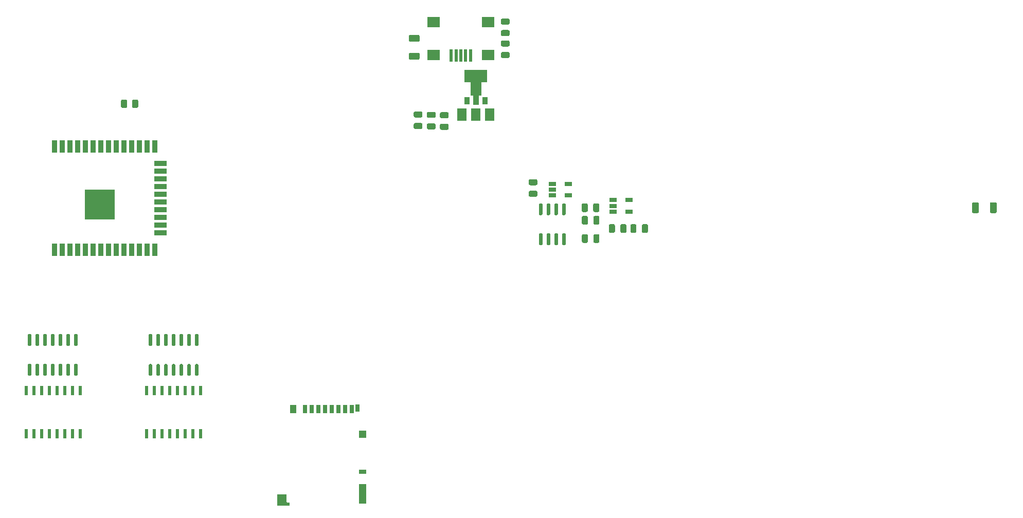
<source format=gbr>
%TF.GenerationSoftware,KiCad,Pcbnew,(5.1.8-0-10_14)*%
%TF.CreationDate,2021-09-27T01:11:36-07:00*%
%TF.ProjectId,baku,62616b75-2e6b-4696-9361-645f70636258,rev?*%
%TF.SameCoordinates,Original*%
%TF.FileFunction,Paste,Top*%
%TF.FilePolarity,Positive*%
%FSLAX46Y46*%
G04 Gerber Fmt 4.6, Leading zero omitted, Abs format (unit mm)*
G04 Created by KiCad (PCBNEW (5.1.8-0-10_14)) date 2021-09-27 01:11:36*
%MOMM*%
%LPD*%
G01*
G04 APERTURE LIST*
%ADD10C,0.100000*%
%ADD11R,1.200000X0.800000*%
%ADD12R,0.500000X0.500000*%
%ADD13R,0.700000X1.400000*%
%ADD14R,0.700000X1.200000*%
%ADD15R,1.200000X3.200000*%
%ADD16R,1.200000X1.200000*%
%ADD17R,1.000000X1.400000*%
%ADD18R,1.500000X1.900000*%
%ADD19R,0.600000X1.500000*%
%ADD20R,1.500000X2.000000*%
%ADD21R,3.800000X2.000000*%
%ADD22R,0.900000X1.300000*%
%ADD23R,2.000000X1.700000*%
%ADD24R,0.500000X2.000000*%
%ADD25R,0.900000X2.000000*%
%ADD26R,2.000000X0.900000*%
%ADD27R,5.000000X5.000000*%
%ADD28R,1.220000X0.650000*%
G04 APERTURE END LIST*
%TO.C,R1*%
G36*
G01*
X87150000Y-79200001D02*
X87150000Y-78299999D01*
G75*
G02*
X87399999Y-78050000I249999J0D01*
G01*
X87925001Y-78050000D01*
G75*
G02*
X88175000Y-78299999I0J-249999D01*
G01*
X88175000Y-79200001D01*
G75*
G02*
X87925001Y-79450000I-249999J0D01*
G01*
X87399999Y-79450000D01*
G75*
G02*
X87150000Y-79200001I0J249999D01*
G01*
G37*
G36*
G01*
X85325000Y-79200001D02*
X85325000Y-78299999D01*
G75*
G02*
X85574999Y-78050000I249999J0D01*
G01*
X86100001Y-78050000D01*
G75*
G02*
X86350000Y-78299999I0J-249999D01*
G01*
X86350000Y-79200001D01*
G75*
G02*
X86100001Y-79450000I-249999J0D01*
G01*
X85574999Y-79450000D01*
G75*
G02*
X85325000Y-79200001I0J249999D01*
G01*
G37*
%TD*%
%TO.C,C28*%
G36*
G01*
X132949999Y-70350000D02*
X134250001Y-70350000D01*
G75*
G02*
X134500000Y-70599999I0J-249999D01*
G01*
X134500000Y-71250001D01*
G75*
G02*
X134250001Y-71500000I-249999J0D01*
G01*
X132949999Y-71500000D01*
G75*
G02*
X132700000Y-71250001I0J249999D01*
G01*
X132700000Y-70599999D01*
G75*
G02*
X132949999Y-70350000I249999J0D01*
G01*
G37*
G36*
G01*
X132949999Y-67400000D02*
X134250001Y-67400000D01*
G75*
G02*
X134500000Y-67649999I0J-249999D01*
G01*
X134500000Y-68300001D01*
G75*
G02*
X134250001Y-68550000I-249999J0D01*
G01*
X132949999Y-68550000D01*
G75*
G02*
X132700000Y-68300001I0J249999D01*
G01*
X132700000Y-67649999D01*
G75*
G02*
X132949999Y-67400000I249999J0D01*
G01*
G37*
%TD*%
D10*
%TO.C,J8*%
G36*
X112539000Y-144618421D02*
G01*
X112397579Y-144477000D01*
X112539000Y-144335579D01*
X112680421Y-144477000D01*
X112539000Y-144618421D01*
G37*
D11*
X125089000Y-139427000D03*
D12*
X112789000Y-144727000D03*
D13*
X123289000Y-129027000D03*
X122189000Y-129027000D03*
X121089000Y-129027000D03*
X119989000Y-129027000D03*
X118889000Y-129027000D03*
X117789000Y-129027000D03*
X116689000Y-129027000D03*
D14*
X124239000Y-128927000D03*
D15*
X125089000Y-143027000D03*
D16*
X125089000Y-133227000D03*
D17*
X113689000Y-129027000D03*
D18*
X111789000Y-144027000D03*
D13*
X115589000Y-129027000D03*
%TD*%
D19*
%TO.C,U24*%
X78613000Y-133090000D03*
X77343000Y-133090000D03*
X76073000Y-133090000D03*
X74803000Y-133090000D03*
X73533000Y-133090000D03*
X72263000Y-133090000D03*
X70993000Y-133090000D03*
X69723000Y-133090000D03*
X69723000Y-125990000D03*
X70993000Y-125990000D03*
X72263000Y-125990000D03*
X73533000Y-125990000D03*
X74803000Y-125990000D03*
X76073000Y-125990000D03*
X77343000Y-125990000D03*
X78613000Y-125990000D03*
%TD*%
%TO.C,U22*%
X98425000Y-133084000D03*
X97155000Y-133084000D03*
X95885000Y-133084000D03*
X94615000Y-133084000D03*
X93345000Y-133084000D03*
X92075000Y-133084000D03*
X90805000Y-133084000D03*
X89535000Y-133084000D03*
X89535000Y-125984000D03*
X90805000Y-125984000D03*
X92075000Y-125984000D03*
X93345000Y-125984000D03*
X94615000Y-125984000D03*
X95885000Y-125984000D03*
X97155000Y-125984000D03*
X98425000Y-125984000D03*
%TD*%
%TO.C,U21*%
G36*
G01*
X77751800Y-121630800D02*
X78051800Y-121630800D01*
G75*
G02*
X78201800Y-121780800I0J-150000D01*
G01*
X78201800Y-123430800D01*
G75*
G02*
X78051800Y-123580800I-150000J0D01*
G01*
X77751800Y-123580800D01*
G75*
G02*
X77601800Y-123430800I0J150000D01*
G01*
X77601800Y-121780800D01*
G75*
G02*
X77751800Y-121630800I150000J0D01*
G01*
G37*
G36*
G01*
X76481800Y-121630800D02*
X76781800Y-121630800D01*
G75*
G02*
X76931800Y-121780800I0J-150000D01*
G01*
X76931800Y-123430800D01*
G75*
G02*
X76781800Y-123580800I-150000J0D01*
G01*
X76481800Y-123580800D01*
G75*
G02*
X76331800Y-123430800I0J150000D01*
G01*
X76331800Y-121780800D01*
G75*
G02*
X76481800Y-121630800I150000J0D01*
G01*
G37*
G36*
G01*
X75211800Y-121630800D02*
X75511800Y-121630800D01*
G75*
G02*
X75661800Y-121780800I0J-150000D01*
G01*
X75661800Y-123430800D01*
G75*
G02*
X75511800Y-123580800I-150000J0D01*
G01*
X75211800Y-123580800D01*
G75*
G02*
X75061800Y-123430800I0J150000D01*
G01*
X75061800Y-121780800D01*
G75*
G02*
X75211800Y-121630800I150000J0D01*
G01*
G37*
G36*
G01*
X73941800Y-121630800D02*
X74241800Y-121630800D01*
G75*
G02*
X74391800Y-121780800I0J-150000D01*
G01*
X74391800Y-123430800D01*
G75*
G02*
X74241800Y-123580800I-150000J0D01*
G01*
X73941800Y-123580800D01*
G75*
G02*
X73791800Y-123430800I0J150000D01*
G01*
X73791800Y-121780800D01*
G75*
G02*
X73941800Y-121630800I150000J0D01*
G01*
G37*
G36*
G01*
X72671800Y-121630800D02*
X72971800Y-121630800D01*
G75*
G02*
X73121800Y-121780800I0J-150000D01*
G01*
X73121800Y-123430800D01*
G75*
G02*
X72971800Y-123580800I-150000J0D01*
G01*
X72671800Y-123580800D01*
G75*
G02*
X72521800Y-123430800I0J150000D01*
G01*
X72521800Y-121780800D01*
G75*
G02*
X72671800Y-121630800I150000J0D01*
G01*
G37*
G36*
G01*
X71401800Y-121630800D02*
X71701800Y-121630800D01*
G75*
G02*
X71851800Y-121780800I0J-150000D01*
G01*
X71851800Y-123430800D01*
G75*
G02*
X71701800Y-123580800I-150000J0D01*
G01*
X71401800Y-123580800D01*
G75*
G02*
X71251800Y-123430800I0J150000D01*
G01*
X71251800Y-121780800D01*
G75*
G02*
X71401800Y-121630800I150000J0D01*
G01*
G37*
G36*
G01*
X70131800Y-121630800D02*
X70431800Y-121630800D01*
G75*
G02*
X70581800Y-121780800I0J-150000D01*
G01*
X70581800Y-123430800D01*
G75*
G02*
X70431800Y-123580800I-150000J0D01*
G01*
X70131800Y-123580800D01*
G75*
G02*
X69981800Y-123430800I0J150000D01*
G01*
X69981800Y-121780800D01*
G75*
G02*
X70131800Y-121630800I150000J0D01*
G01*
G37*
G36*
G01*
X70131800Y-116680800D02*
X70431800Y-116680800D01*
G75*
G02*
X70581800Y-116830800I0J-150000D01*
G01*
X70581800Y-118480800D01*
G75*
G02*
X70431800Y-118630800I-150000J0D01*
G01*
X70131800Y-118630800D01*
G75*
G02*
X69981800Y-118480800I0J150000D01*
G01*
X69981800Y-116830800D01*
G75*
G02*
X70131800Y-116680800I150000J0D01*
G01*
G37*
G36*
G01*
X71401800Y-116680800D02*
X71701800Y-116680800D01*
G75*
G02*
X71851800Y-116830800I0J-150000D01*
G01*
X71851800Y-118480800D01*
G75*
G02*
X71701800Y-118630800I-150000J0D01*
G01*
X71401800Y-118630800D01*
G75*
G02*
X71251800Y-118480800I0J150000D01*
G01*
X71251800Y-116830800D01*
G75*
G02*
X71401800Y-116680800I150000J0D01*
G01*
G37*
G36*
G01*
X72671800Y-116680800D02*
X72971800Y-116680800D01*
G75*
G02*
X73121800Y-116830800I0J-150000D01*
G01*
X73121800Y-118480800D01*
G75*
G02*
X72971800Y-118630800I-150000J0D01*
G01*
X72671800Y-118630800D01*
G75*
G02*
X72521800Y-118480800I0J150000D01*
G01*
X72521800Y-116830800D01*
G75*
G02*
X72671800Y-116680800I150000J0D01*
G01*
G37*
G36*
G01*
X73941800Y-116680800D02*
X74241800Y-116680800D01*
G75*
G02*
X74391800Y-116830800I0J-150000D01*
G01*
X74391800Y-118480800D01*
G75*
G02*
X74241800Y-118630800I-150000J0D01*
G01*
X73941800Y-118630800D01*
G75*
G02*
X73791800Y-118480800I0J150000D01*
G01*
X73791800Y-116830800D01*
G75*
G02*
X73941800Y-116680800I150000J0D01*
G01*
G37*
G36*
G01*
X75211800Y-116680800D02*
X75511800Y-116680800D01*
G75*
G02*
X75661800Y-116830800I0J-150000D01*
G01*
X75661800Y-118480800D01*
G75*
G02*
X75511800Y-118630800I-150000J0D01*
G01*
X75211800Y-118630800D01*
G75*
G02*
X75061800Y-118480800I0J150000D01*
G01*
X75061800Y-116830800D01*
G75*
G02*
X75211800Y-116680800I150000J0D01*
G01*
G37*
G36*
G01*
X76481800Y-116680800D02*
X76781800Y-116680800D01*
G75*
G02*
X76931800Y-116830800I0J-150000D01*
G01*
X76931800Y-118480800D01*
G75*
G02*
X76781800Y-118630800I-150000J0D01*
G01*
X76481800Y-118630800D01*
G75*
G02*
X76331800Y-118480800I0J150000D01*
G01*
X76331800Y-116830800D01*
G75*
G02*
X76481800Y-116680800I150000J0D01*
G01*
G37*
G36*
G01*
X77751800Y-116680800D02*
X78051800Y-116680800D01*
G75*
G02*
X78201800Y-116830800I0J-150000D01*
G01*
X78201800Y-118480800D01*
G75*
G02*
X78051800Y-118630800I-150000J0D01*
G01*
X77751800Y-118630800D01*
G75*
G02*
X77601800Y-118480800I0J150000D01*
G01*
X77601800Y-116830800D01*
G75*
G02*
X77751800Y-116680800I150000J0D01*
G01*
G37*
%TD*%
%TO.C,U10*%
G36*
G01*
X97640000Y-121642000D02*
X97940000Y-121642000D01*
G75*
G02*
X98090000Y-121792000I0J-150000D01*
G01*
X98090000Y-123442000D01*
G75*
G02*
X97940000Y-123592000I-150000J0D01*
G01*
X97640000Y-123592000D01*
G75*
G02*
X97490000Y-123442000I0J150000D01*
G01*
X97490000Y-121792000D01*
G75*
G02*
X97640000Y-121642000I150000J0D01*
G01*
G37*
G36*
G01*
X96370000Y-121642000D02*
X96670000Y-121642000D01*
G75*
G02*
X96820000Y-121792000I0J-150000D01*
G01*
X96820000Y-123442000D01*
G75*
G02*
X96670000Y-123592000I-150000J0D01*
G01*
X96370000Y-123592000D01*
G75*
G02*
X96220000Y-123442000I0J150000D01*
G01*
X96220000Y-121792000D01*
G75*
G02*
X96370000Y-121642000I150000J0D01*
G01*
G37*
G36*
G01*
X95100000Y-121642000D02*
X95400000Y-121642000D01*
G75*
G02*
X95550000Y-121792000I0J-150000D01*
G01*
X95550000Y-123442000D01*
G75*
G02*
X95400000Y-123592000I-150000J0D01*
G01*
X95100000Y-123592000D01*
G75*
G02*
X94950000Y-123442000I0J150000D01*
G01*
X94950000Y-121792000D01*
G75*
G02*
X95100000Y-121642000I150000J0D01*
G01*
G37*
G36*
G01*
X93830000Y-121642000D02*
X94130000Y-121642000D01*
G75*
G02*
X94280000Y-121792000I0J-150000D01*
G01*
X94280000Y-123442000D01*
G75*
G02*
X94130000Y-123592000I-150000J0D01*
G01*
X93830000Y-123592000D01*
G75*
G02*
X93680000Y-123442000I0J150000D01*
G01*
X93680000Y-121792000D01*
G75*
G02*
X93830000Y-121642000I150000J0D01*
G01*
G37*
G36*
G01*
X92560000Y-121642000D02*
X92860000Y-121642000D01*
G75*
G02*
X93010000Y-121792000I0J-150000D01*
G01*
X93010000Y-123442000D01*
G75*
G02*
X92860000Y-123592000I-150000J0D01*
G01*
X92560000Y-123592000D01*
G75*
G02*
X92410000Y-123442000I0J150000D01*
G01*
X92410000Y-121792000D01*
G75*
G02*
X92560000Y-121642000I150000J0D01*
G01*
G37*
G36*
G01*
X91290000Y-121642000D02*
X91590000Y-121642000D01*
G75*
G02*
X91740000Y-121792000I0J-150000D01*
G01*
X91740000Y-123442000D01*
G75*
G02*
X91590000Y-123592000I-150000J0D01*
G01*
X91290000Y-123592000D01*
G75*
G02*
X91140000Y-123442000I0J150000D01*
G01*
X91140000Y-121792000D01*
G75*
G02*
X91290000Y-121642000I150000J0D01*
G01*
G37*
G36*
G01*
X90020000Y-121642000D02*
X90320000Y-121642000D01*
G75*
G02*
X90470000Y-121792000I0J-150000D01*
G01*
X90470000Y-123442000D01*
G75*
G02*
X90320000Y-123592000I-150000J0D01*
G01*
X90020000Y-123592000D01*
G75*
G02*
X89870000Y-123442000I0J150000D01*
G01*
X89870000Y-121792000D01*
G75*
G02*
X90020000Y-121642000I150000J0D01*
G01*
G37*
G36*
G01*
X90020000Y-116692000D02*
X90320000Y-116692000D01*
G75*
G02*
X90470000Y-116842000I0J-150000D01*
G01*
X90470000Y-118492000D01*
G75*
G02*
X90320000Y-118642000I-150000J0D01*
G01*
X90020000Y-118642000D01*
G75*
G02*
X89870000Y-118492000I0J150000D01*
G01*
X89870000Y-116842000D01*
G75*
G02*
X90020000Y-116692000I150000J0D01*
G01*
G37*
G36*
G01*
X91290000Y-116692000D02*
X91590000Y-116692000D01*
G75*
G02*
X91740000Y-116842000I0J-150000D01*
G01*
X91740000Y-118492000D01*
G75*
G02*
X91590000Y-118642000I-150000J0D01*
G01*
X91290000Y-118642000D01*
G75*
G02*
X91140000Y-118492000I0J150000D01*
G01*
X91140000Y-116842000D01*
G75*
G02*
X91290000Y-116692000I150000J0D01*
G01*
G37*
G36*
G01*
X92560000Y-116692000D02*
X92860000Y-116692000D01*
G75*
G02*
X93010000Y-116842000I0J-150000D01*
G01*
X93010000Y-118492000D01*
G75*
G02*
X92860000Y-118642000I-150000J0D01*
G01*
X92560000Y-118642000D01*
G75*
G02*
X92410000Y-118492000I0J150000D01*
G01*
X92410000Y-116842000D01*
G75*
G02*
X92560000Y-116692000I150000J0D01*
G01*
G37*
G36*
G01*
X93830000Y-116692000D02*
X94130000Y-116692000D01*
G75*
G02*
X94280000Y-116842000I0J-150000D01*
G01*
X94280000Y-118492000D01*
G75*
G02*
X94130000Y-118642000I-150000J0D01*
G01*
X93830000Y-118642000D01*
G75*
G02*
X93680000Y-118492000I0J150000D01*
G01*
X93680000Y-116842000D01*
G75*
G02*
X93830000Y-116692000I150000J0D01*
G01*
G37*
G36*
G01*
X95100000Y-116692000D02*
X95400000Y-116692000D01*
G75*
G02*
X95550000Y-116842000I0J-150000D01*
G01*
X95550000Y-118492000D01*
G75*
G02*
X95400000Y-118642000I-150000J0D01*
G01*
X95100000Y-118642000D01*
G75*
G02*
X94950000Y-118492000I0J150000D01*
G01*
X94950000Y-116842000D01*
G75*
G02*
X95100000Y-116692000I150000J0D01*
G01*
G37*
G36*
G01*
X96370000Y-116692000D02*
X96670000Y-116692000D01*
G75*
G02*
X96820000Y-116842000I0J-150000D01*
G01*
X96820000Y-118492000D01*
G75*
G02*
X96670000Y-118642000I-150000J0D01*
G01*
X96370000Y-118642000D01*
G75*
G02*
X96220000Y-118492000I0J150000D01*
G01*
X96220000Y-116842000D01*
G75*
G02*
X96370000Y-116692000I150000J0D01*
G01*
G37*
G36*
G01*
X97640000Y-116692000D02*
X97940000Y-116692000D01*
G75*
G02*
X98090000Y-116842000I0J-150000D01*
G01*
X98090000Y-118492000D01*
G75*
G02*
X97940000Y-118642000I-150000J0D01*
G01*
X97640000Y-118642000D01*
G75*
G02*
X97490000Y-118492000I0J150000D01*
G01*
X97490000Y-116842000D01*
G75*
G02*
X97640000Y-116692000I150000J0D01*
G01*
G37*
%TD*%
%TO.C,C27*%
G36*
G01*
X226557000Y-95234999D02*
X226557000Y-96535001D01*
G75*
G02*
X226307001Y-96785000I-249999J0D01*
G01*
X225656999Y-96785000D01*
G75*
G02*
X225407000Y-96535001I0J249999D01*
G01*
X225407000Y-95234999D01*
G75*
G02*
X225656999Y-94985000I249999J0D01*
G01*
X226307001Y-94985000D01*
G75*
G02*
X226557000Y-95234999I0J-249999D01*
G01*
G37*
G36*
G01*
X229507000Y-95234999D02*
X229507000Y-96535001D01*
G75*
G02*
X229257001Y-96785000I-249999J0D01*
G01*
X228606999Y-96785000D01*
G75*
G02*
X228357000Y-96535001I0J249999D01*
G01*
X228357000Y-95234999D01*
G75*
G02*
X228606999Y-94985000I249999J0D01*
G01*
X229257001Y-94985000D01*
G75*
G02*
X229507000Y-95234999I0J-249999D01*
G01*
G37*
%TD*%
D20*
%TO.C,U9*%
X141413200Y-80518400D03*
X146013200Y-80518400D03*
X143713200Y-80518400D03*
D21*
X143713200Y-74218400D03*
%TD*%
D10*
%TO.C,U8*%
G36*
X144630500Y-74306400D02*
G01*
X144630500Y-77431400D01*
X144214000Y-77431400D01*
X144214000Y-78906400D01*
X143314000Y-78906400D01*
X143314000Y-77431400D01*
X142897500Y-77431400D01*
X142897500Y-74306400D01*
X144630500Y-74306400D01*
G37*
D22*
X145264000Y-78256400D03*
X142264000Y-78256400D03*
%TD*%
D23*
%TO.C,J1*%
X136824800Y-65272800D03*
X136824800Y-70722800D03*
X145724800Y-65272800D03*
X145724800Y-70722800D03*
D24*
X139674800Y-70822800D03*
X140474800Y-70822800D03*
X141274800Y-70822800D03*
X142074800Y-70822800D03*
X142874800Y-70822800D03*
%TD*%
%TO.C,C8*%
G36*
G01*
X134714000Y-81023000D02*
X133764000Y-81023000D01*
G75*
G02*
X133514000Y-80773000I0J250000D01*
G01*
X133514000Y-80273000D01*
G75*
G02*
X133764000Y-80023000I250000J0D01*
G01*
X134714000Y-80023000D01*
G75*
G02*
X134964000Y-80273000I0J-250000D01*
G01*
X134964000Y-80773000D01*
G75*
G02*
X134714000Y-81023000I-250000J0D01*
G01*
G37*
G36*
G01*
X134714000Y-82923000D02*
X133764000Y-82923000D01*
G75*
G02*
X133514000Y-82673000I0J250000D01*
G01*
X133514000Y-82173000D01*
G75*
G02*
X133764000Y-81923000I250000J0D01*
G01*
X134714000Y-81923000D01*
G75*
G02*
X134964000Y-82173000I0J-250000D01*
G01*
X134964000Y-82673000D01*
G75*
G02*
X134714000Y-82923000I-250000J0D01*
G01*
G37*
%TD*%
%TO.C,C6*%
G36*
G01*
X136873000Y-81084000D02*
X135923000Y-81084000D01*
G75*
G02*
X135673000Y-80834000I0J250000D01*
G01*
X135673000Y-80334000D01*
G75*
G02*
X135923000Y-80084000I250000J0D01*
G01*
X136873000Y-80084000D01*
G75*
G02*
X137123000Y-80334000I0J-250000D01*
G01*
X137123000Y-80834000D01*
G75*
G02*
X136873000Y-81084000I-250000J0D01*
G01*
G37*
G36*
G01*
X136873000Y-82984000D02*
X135923000Y-82984000D01*
G75*
G02*
X135673000Y-82734000I0J250000D01*
G01*
X135673000Y-82234000D01*
G75*
G02*
X135923000Y-81984000I250000J0D01*
G01*
X136873000Y-81984000D01*
G75*
G02*
X137123000Y-82234000I0J-250000D01*
G01*
X137123000Y-82734000D01*
G75*
G02*
X136873000Y-82984000I-250000J0D01*
G01*
G37*
%TD*%
%TO.C,C5*%
G36*
G01*
X149065000Y-65717000D02*
X148115000Y-65717000D01*
G75*
G02*
X147865000Y-65467000I0J250000D01*
G01*
X147865000Y-64967000D01*
G75*
G02*
X148115000Y-64717000I250000J0D01*
G01*
X149065000Y-64717000D01*
G75*
G02*
X149315000Y-64967000I0J-250000D01*
G01*
X149315000Y-65467000D01*
G75*
G02*
X149065000Y-65717000I-250000J0D01*
G01*
G37*
G36*
G01*
X149065000Y-67617000D02*
X148115000Y-67617000D01*
G75*
G02*
X147865000Y-67367000I0J250000D01*
G01*
X147865000Y-66867000D01*
G75*
G02*
X148115000Y-66617000I250000J0D01*
G01*
X149065000Y-66617000D01*
G75*
G02*
X149315000Y-66867000I0J-250000D01*
G01*
X149315000Y-67367000D01*
G75*
G02*
X149065000Y-67617000I-250000J0D01*
G01*
G37*
%TD*%
%TO.C,C4*%
G36*
G01*
X139032000Y-81145000D02*
X138082000Y-81145000D01*
G75*
G02*
X137832000Y-80895000I0J250000D01*
G01*
X137832000Y-80395000D01*
G75*
G02*
X138082000Y-80145000I250000J0D01*
G01*
X139032000Y-80145000D01*
G75*
G02*
X139282000Y-80395000I0J-250000D01*
G01*
X139282000Y-80895000D01*
G75*
G02*
X139032000Y-81145000I-250000J0D01*
G01*
G37*
G36*
G01*
X139032000Y-83045000D02*
X138082000Y-83045000D01*
G75*
G02*
X137832000Y-82795000I0J250000D01*
G01*
X137832000Y-82295000D01*
G75*
G02*
X138082000Y-82045000I250000J0D01*
G01*
X139032000Y-82045000D01*
G75*
G02*
X139282000Y-82295000I0J-250000D01*
G01*
X139282000Y-82795000D01*
G75*
G02*
X139032000Y-83045000I-250000J0D01*
G01*
G37*
%TD*%
%TO.C,C3*%
G36*
G01*
X148115000Y-70234000D02*
X149065000Y-70234000D01*
G75*
G02*
X149315000Y-70484000I0J-250000D01*
G01*
X149315000Y-70984000D01*
G75*
G02*
X149065000Y-71234000I-250000J0D01*
G01*
X148115000Y-71234000D01*
G75*
G02*
X147865000Y-70984000I0J250000D01*
G01*
X147865000Y-70484000D01*
G75*
G02*
X148115000Y-70234000I250000J0D01*
G01*
G37*
G36*
G01*
X148115000Y-68334000D02*
X149065000Y-68334000D01*
G75*
G02*
X149315000Y-68584000I0J-250000D01*
G01*
X149315000Y-69084000D01*
G75*
G02*
X149065000Y-69334000I-250000J0D01*
G01*
X148115000Y-69334000D01*
G75*
G02*
X147865000Y-69084000I0J250000D01*
G01*
X147865000Y-68584000D01*
G75*
G02*
X148115000Y-68334000I250000J0D01*
G01*
G37*
%TD*%
D25*
%TO.C,U20*%
X74358500Y-85835600D03*
X75628500Y-85835600D03*
X76898500Y-85835600D03*
X78168500Y-85835600D03*
X79438500Y-85835600D03*
X80708500Y-85835600D03*
X81978500Y-85835600D03*
X83248500Y-85835600D03*
X84518500Y-85835600D03*
X85788500Y-85835600D03*
X87058500Y-85835600D03*
X88328500Y-85835600D03*
X89598500Y-85835600D03*
X90868500Y-85835600D03*
D26*
X91868500Y-88620600D03*
X91868500Y-89890600D03*
X91868500Y-91160600D03*
X91868500Y-92430600D03*
X91868500Y-93700600D03*
X91868500Y-94970600D03*
X91868500Y-96240600D03*
X91868500Y-97510600D03*
X91868500Y-98780600D03*
X91868500Y-100050600D03*
D25*
X90868500Y-102835600D03*
X89598500Y-102835600D03*
X88328500Y-102835600D03*
X87058500Y-102835600D03*
X85788500Y-102835600D03*
X84518500Y-102835600D03*
X83248500Y-102835600D03*
X81978500Y-102835600D03*
X80708500Y-102835600D03*
X79438500Y-102835600D03*
X78168500Y-102835600D03*
X76898500Y-102835600D03*
X75628500Y-102835600D03*
X74358500Y-102835600D03*
D27*
X81858500Y-95335600D03*
%TD*%
%TO.C,U14*%
G36*
G01*
X158092000Y-100114000D02*
X158392000Y-100114000D01*
G75*
G02*
X158542000Y-100264000I0J-150000D01*
G01*
X158542000Y-101914000D01*
G75*
G02*
X158392000Y-102064000I-150000J0D01*
G01*
X158092000Y-102064000D01*
G75*
G02*
X157942000Y-101914000I0J150000D01*
G01*
X157942000Y-100264000D01*
G75*
G02*
X158092000Y-100114000I150000J0D01*
G01*
G37*
G36*
G01*
X156822000Y-100114000D02*
X157122000Y-100114000D01*
G75*
G02*
X157272000Y-100264000I0J-150000D01*
G01*
X157272000Y-101914000D01*
G75*
G02*
X157122000Y-102064000I-150000J0D01*
G01*
X156822000Y-102064000D01*
G75*
G02*
X156672000Y-101914000I0J150000D01*
G01*
X156672000Y-100264000D01*
G75*
G02*
X156822000Y-100114000I150000J0D01*
G01*
G37*
G36*
G01*
X155552000Y-100114000D02*
X155852000Y-100114000D01*
G75*
G02*
X156002000Y-100264000I0J-150000D01*
G01*
X156002000Y-101914000D01*
G75*
G02*
X155852000Y-102064000I-150000J0D01*
G01*
X155552000Y-102064000D01*
G75*
G02*
X155402000Y-101914000I0J150000D01*
G01*
X155402000Y-100264000D01*
G75*
G02*
X155552000Y-100114000I150000J0D01*
G01*
G37*
G36*
G01*
X154282000Y-100114000D02*
X154582000Y-100114000D01*
G75*
G02*
X154732000Y-100264000I0J-150000D01*
G01*
X154732000Y-101914000D01*
G75*
G02*
X154582000Y-102064000I-150000J0D01*
G01*
X154282000Y-102064000D01*
G75*
G02*
X154132000Y-101914000I0J150000D01*
G01*
X154132000Y-100264000D01*
G75*
G02*
X154282000Y-100114000I150000J0D01*
G01*
G37*
G36*
G01*
X154282000Y-95164000D02*
X154582000Y-95164000D01*
G75*
G02*
X154732000Y-95314000I0J-150000D01*
G01*
X154732000Y-96964000D01*
G75*
G02*
X154582000Y-97114000I-150000J0D01*
G01*
X154282000Y-97114000D01*
G75*
G02*
X154132000Y-96964000I0J150000D01*
G01*
X154132000Y-95314000D01*
G75*
G02*
X154282000Y-95164000I150000J0D01*
G01*
G37*
G36*
G01*
X155552000Y-95164000D02*
X155852000Y-95164000D01*
G75*
G02*
X156002000Y-95314000I0J-150000D01*
G01*
X156002000Y-96964000D01*
G75*
G02*
X155852000Y-97114000I-150000J0D01*
G01*
X155552000Y-97114000D01*
G75*
G02*
X155402000Y-96964000I0J150000D01*
G01*
X155402000Y-95314000D01*
G75*
G02*
X155552000Y-95164000I150000J0D01*
G01*
G37*
G36*
G01*
X156822000Y-95164000D02*
X157122000Y-95164000D01*
G75*
G02*
X157272000Y-95314000I0J-150000D01*
G01*
X157272000Y-96964000D01*
G75*
G02*
X157122000Y-97114000I-150000J0D01*
G01*
X156822000Y-97114000D01*
G75*
G02*
X156672000Y-96964000I0J150000D01*
G01*
X156672000Y-95314000D01*
G75*
G02*
X156822000Y-95164000I150000J0D01*
G01*
G37*
G36*
G01*
X158092000Y-95164000D02*
X158392000Y-95164000D01*
G75*
G02*
X158542000Y-95314000I0J-150000D01*
G01*
X158542000Y-96964000D01*
G75*
G02*
X158392000Y-97114000I-150000J0D01*
G01*
X158092000Y-97114000D01*
G75*
G02*
X157942000Y-96964000I0J150000D01*
G01*
X157942000Y-95314000D01*
G75*
G02*
X158092000Y-95164000I150000J0D01*
G01*
G37*
%TD*%
D28*
%TO.C,U13*%
X168981000Y-94635200D03*
X168981000Y-96535200D03*
X166361000Y-96535200D03*
X166361000Y-95585200D03*
X166361000Y-94635200D03*
%TD*%
%TO.C,U12*%
X159004000Y-91948000D03*
X159004000Y-93848000D03*
X156384000Y-93848000D03*
X156384000Y-92898000D03*
X156384000Y-91948000D03*
%TD*%
%TO.C,C14*%
G36*
G01*
X163091000Y-101440200D02*
X163091000Y-100490200D01*
G75*
G02*
X163341000Y-100240200I250000J0D01*
G01*
X163841000Y-100240200D01*
G75*
G02*
X164091000Y-100490200I0J-250000D01*
G01*
X164091000Y-101440200D01*
G75*
G02*
X163841000Y-101690200I-250000J0D01*
G01*
X163341000Y-101690200D01*
G75*
G02*
X163091000Y-101440200I0J250000D01*
G01*
G37*
G36*
G01*
X161191000Y-101440200D02*
X161191000Y-100490200D01*
G75*
G02*
X161441000Y-100240200I250000J0D01*
G01*
X161941000Y-100240200D01*
G75*
G02*
X162191000Y-100490200I0J-250000D01*
G01*
X162191000Y-101440200D01*
G75*
G02*
X161941000Y-101690200I-250000J0D01*
G01*
X161441000Y-101690200D01*
G75*
G02*
X161191000Y-101440200I0J250000D01*
G01*
G37*
%TD*%
%TO.C,C13*%
G36*
G01*
X167541000Y-99790200D02*
X167541000Y-98840200D01*
G75*
G02*
X167791000Y-98590200I250000J0D01*
G01*
X168291000Y-98590200D01*
G75*
G02*
X168541000Y-98840200I0J-250000D01*
G01*
X168541000Y-99790200D01*
G75*
G02*
X168291000Y-100040200I-250000J0D01*
G01*
X167791000Y-100040200D01*
G75*
G02*
X167541000Y-99790200I0J250000D01*
G01*
G37*
G36*
G01*
X165641000Y-99790200D02*
X165641000Y-98840200D01*
G75*
G02*
X165891000Y-98590200I250000J0D01*
G01*
X166391000Y-98590200D01*
G75*
G02*
X166641000Y-98840200I0J-250000D01*
G01*
X166641000Y-99790200D01*
G75*
G02*
X166391000Y-100040200I-250000J0D01*
G01*
X165891000Y-100040200D01*
G75*
G02*
X165641000Y-99790200I0J250000D01*
G01*
G37*
%TD*%
%TO.C,C12*%
G36*
G01*
X162191000Y-97480200D02*
X162191000Y-98430200D01*
G75*
G02*
X161941000Y-98680200I-250000J0D01*
G01*
X161441000Y-98680200D01*
G75*
G02*
X161191000Y-98430200I0J250000D01*
G01*
X161191000Y-97480200D01*
G75*
G02*
X161441000Y-97230200I250000J0D01*
G01*
X161941000Y-97230200D01*
G75*
G02*
X162191000Y-97480200I0J-250000D01*
G01*
G37*
G36*
G01*
X164091000Y-97480200D02*
X164091000Y-98430200D01*
G75*
G02*
X163841000Y-98680200I-250000J0D01*
G01*
X163341000Y-98680200D01*
G75*
G02*
X163091000Y-98430200I0J250000D01*
G01*
X163091000Y-97480200D01*
G75*
G02*
X163341000Y-97230200I250000J0D01*
G01*
X163841000Y-97230200D01*
G75*
G02*
X164091000Y-97480200I0J-250000D01*
G01*
G37*
%TD*%
%TO.C,C11*%
G36*
G01*
X170172000Y-98839000D02*
X170172000Y-99789000D01*
G75*
G02*
X169922000Y-100039000I-250000J0D01*
G01*
X169422000Y-100039000D01*
G75*
G02*
X169172000Y-99789000I0J250000D01*
G01*
X169172000Y-98839000D01*
G75*
G02*
X169422000Y-98589000I250000J0D01*
G01*
X169922000Y-98589000D01*
G75*
G02*
X170172000Y-98839000I0J-250000D01*
G01*
G37*
G36*
G01*
X172072000Y-98839000D02*
X172072000Y-99789000D01*
G75*
G02*
X171822000Y-100039000I-250000J0D01*
G01*
X171322000Y-100039000D01*
G75*
G02*
X171072000Y-99789000I0J250000D01*
G01*
X171072000Y-98839000D01*
G75*
G02*
X171322000Y-98589000I250000J0D01*
G01*
X171822000Y-98589000D01*
G75*
G02*
X172072000Y-98839000I0J-250000D01*
G01*
G37*
%TD*%
%TO.C,C10*%
G36*
G01*
X152687000Y-93094000D02*
X153637000Y-93094000D01*
G75*
G02*
X153887000Y-93344000I0J-250000D01*
G01*
X153887000Y-93844000D01*
G75*
G02*
X153637000Y-94094000I-250000J0D01*
G01*
X152687000Y-94094000D01*
G75*
G02*
X152437000Y-93844000I0J250000D01*
G01*
X152437000Y-93344000D01*
G75*
G02*
X152687000Y-93094000I250000J0D01*
G01*
G37*
G36*
G01*
X152687000Y-91194000D02*
X153637000Y-91194000D01*
G75*
G02*
X153887000Y-91444000I0J-250000D01*
G01*
X153887000Y-91944000D01*
G75*
G02*
X153637000Y-92194000I-250000J0D01*
G01*
X152687000Y-92194000D01*
G75*
G02*
X152437000Y-91944000I0J250000D01*
G01*
X152437000Y-91444000D01*
G75*
G02*
X152687000Y-91194000I250000J0D01*
G01*
G37*
%TD*%
%TO.C,C9*%
G36*
G01*
X162171000Y-95410000D02*
X162171000Y-96360000D01*
G75*
G02*
X161921000Y-96610000I-250000J0D01*
G01*
X161421000Y-96610000D01*
G75*
G02*
X161171000Y-96360000I0J250000D01*
G01*
X161171000Y-95410000D01*
G75*
G02*
X161421000Y-95160000I250000J0D01*
G01*
X161921000Y-95160000D01*
G75*
G02*
X162171000Y-95410000I0J-250000D01*
G01*
G37*
G36*
G01*
X164071000Y-95410000D02*
X164071000Y-96360000D01*
G75*
G02*
X163821000Y-96610000I-250000J0D01*
G01*
X163321000Y-96610000D01*
G75*
G02*
X163071000Y-96360000I0J250000D01*
G01*
X163071000Y-95410000D01*
G75*
G02*
X163321000Y-95160000I250000J0D01*
G01*
X163821000Y-95160000D01*
G75*
G02*
X164071000Y-95410000I0J-250000D01*
G01*
G37*
%TD*%
M02*

</source>
